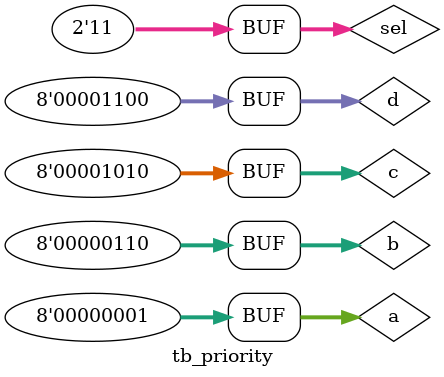
<source format=v>
module tb_priority;
reg [7:0] a;
reg [7:0] b;
reg [7:0] c;
reg [7:0] d;
reg [1:0] sel;
wire [7:0] out;

priorityen pr(.a(a),
.b(b),
.c(c),
.d(d),
.sel(sel),
.out(out));

initial begin
a<=1;
b<=6;
c<=10;
d<=12;
#10 sel <='b00;
$monitor ("out=0x%0h", out);
#20 sel <= 'b01;
$monitor ("out=0x%0h", out);
#40 sel <= 'b10;
$monitor ("out=0x%0h", out);
#60 sel <= 'b11;
$monitor ("out=0x%0h", out);
end
endmodule


</source>
